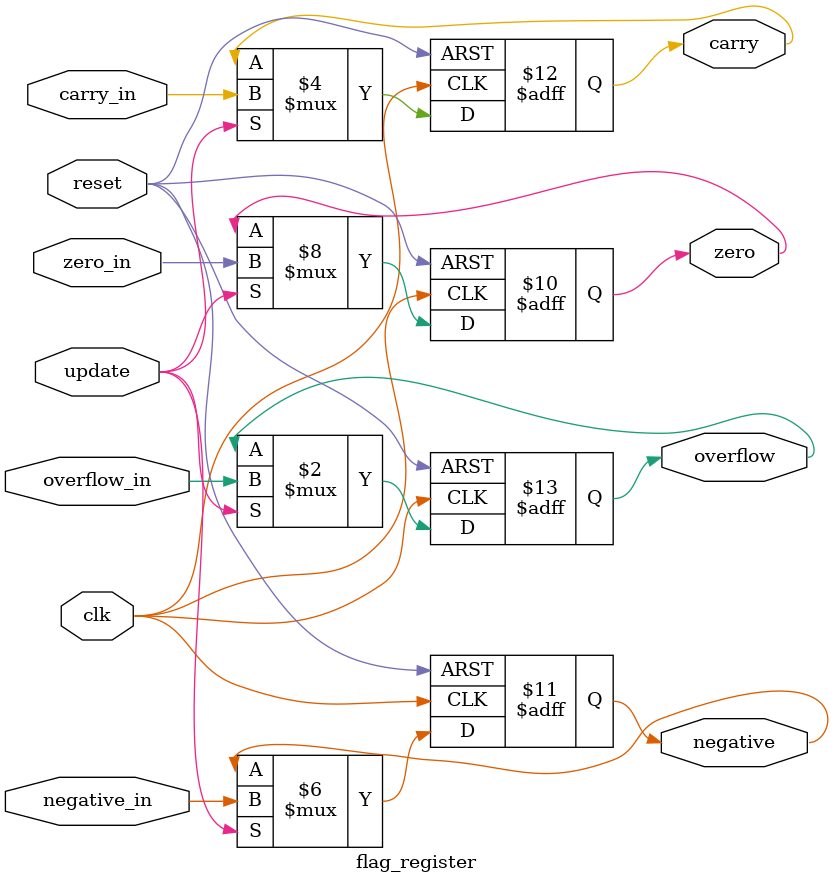
<source format=v>
module flag_register(
    input clk, reset,
    input update,
    input zero_in, negative_in, carry_in, overflow_in,
    output reg zero, negative, carry, overflow 
);

    always @(posedge clk or posedge reset) begin
        if(reset) begin
            zero <= 0;
            negative <= 0;
            carry <= 0;
            overflow <= 0;
        end
        else if(update) begin
            zero <= zero_in;
            negative <= negative_in;
            carry <= carry_in;
            overflow <= overflow_in;
        end
    end
endmodule
</source>
